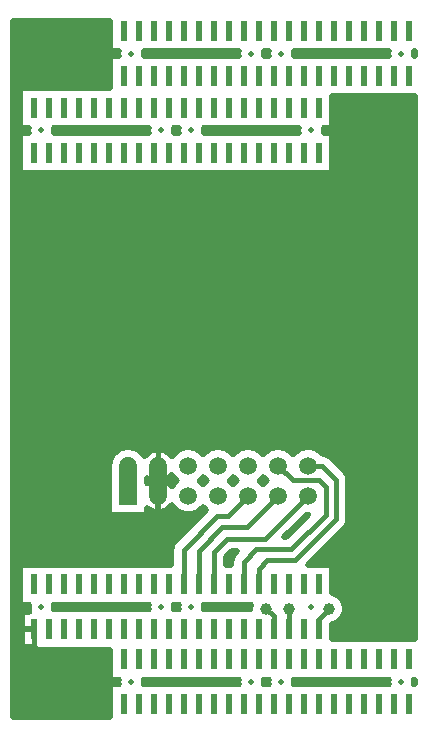
<source format=gbl>
G04 Layer_Physical_Order=2*
G04 Layer_Color=16750848*
%FSLAX42Y42*%
%MOMM*%
G71*
G01*
G75*
%ADD10C,0.50*%
%ADD11C,0.40*%
%ADD12C,0.30*%
%ADD14R,1.50X1.50*%
%ADD15C,1.50*%
%ADD16C,0.50*%
%ADD17C,1.00*%
%ADD18R,0.60X1.70*%
%ADD19C,1.50*%
D10*
X-54Y5670D02*
G03*
X-55Y5691I-110J0D01*
G01*
X-54Y5670D02*
G03*
X-55Y5691I-110J0D01*
G01*
Y5650D02*
G03*
X-54Y5670I-108J20D01*
G01*
X-55Y5650D02*
G03*
X-54Y5670I-108J20D01*
G01*
X-272Y5691D02*
G03*
X-272Y5650I108J-20D01*
G01*
Y5691D02*
G03*
X-272Y5650I108J-20D01*
G01*
X-1070Y5670D02*
G03*
X-1071Y5691I-110J0D01*
G01*
X-1070Y5670D02*
G03*
X-1071Y5691I-110J0D01*
G01*
Y5650D02*
G03*
X-1070Y5670I-108J20D01*
G01*
X-1071Y5650D02*
G03*
X-1070Y5670I-108J20D01*
G01*
X-816Y5023D02*
G03*
X-818Y5043I-110J0D01*
G01*
X-816Y5023D02*
G03*
X-818Y5043I-110J0D01*
G01*
Y5002D02*
G03*
X-816Y5023I-108J20D01*
G01*
X-1034Y5043D02*
G03*
X-1034Y5002I108J-20D01*
G01*
X-818D02*
G03*
X-816Y5023I-108J20D01*
G01*
X-1034Y5043D02*
G03*
X-1034Y5002I108J-20D01*
G01*
X-760Y2252D02*
G03*
X-827Y2282I-74J-74D01*
G01*
X-760Y2252D02*
G03*
X-827Y2282I-74J-74D01*
G01*
X-827D02*
G03*
X-1079Y2279I-125J-100D01*
G01*
D02*
G03*
X-1333Y2279I-127J-97D01*
G01*
X-1288Y5691D02*
G03*
X-1288Y5650I108J-20D01*
G01*
Y5691D02*
G03*
X-1288Y5650I108J-20D01*
G01*
X-1325D02*
G03*
X-1324Y5670I-108J20D01*
G01*
D02*
G03*
X-1325Y5691I-110J0D01*
G01*
X-1324Y5670D02*
G03*
X-1325Y5691I-110J0D01*
G01*
X-1542D02*
G03*
X-1542Y5650I108J-20D01*
G01*
Y5691D02*
G03*
X-1542Y5650I108J-20D01*
G01*
X-1325D02*
G03*
X-1324Y5670I-108J20D01*
G01*
X-1832Y5023D02*
G03*
X-1834Y5043I-110J0D01*
G01*
X-1333Y2279D02*
G03*
X-1587Y2279I-127J-97D01*
G01*
X-1832Y5023D02*
G03*
X-1834Y5043I-110J0D01*
G01*
Y5002D02*
G03*
X-1832Y5023I-108J20D01*
G01*
X-1834Y5002D02*
G03*
X-1832Y5023I-108J20D01*
G01*
X-1587Y2279D02*
G03*
X-1841Y2279I-127J-97D01*
G01*
X-612Y2060D02*
G03*
X-642Y2134I-105J0D01*
G01*
X-612Y2060D02*
G03*
X-642Y2134I-105J0D01*
G01*
X-642Y1653D02*
G03*
X-612Y1727I-74J74D01*
G01*
X-642Y1653D02*
G03*
X-612Y1727I-74J74D01*
G01*
X-963Y1768D02*
G03*
X-952Y1768I11J160D01*
G01*
X-640Y970D02*
G03*
X-748Y1102I-135J0D01*
G01*
Y838D02*
G03*
X-640Y970I-27J132D01*
G01*
X-54Y350D02*
G03*
X-56Y371I-110J0D01*
G01*
X-54Y350D02*
G03*
X-56Y371I-110J0D01*
G01*
Y330D02*
G03*
X-54Y350I-108J20D01*
G01*
X-272Y371D02*
G03*
X-272Y330I108J-20D01*
G01*
Y371D02*
G03*
X-272Y330I108J-20D01*
G01*
X-56D02*
G03*
X-54Y350I-108J20D01*
G01*
X-1303Y2055D02*
G03*
X-1333Y2025I97J-127D01*
G01*
Y2085D02*
G03*
X-1303Y2055I127J97D01*
G01*
X-1363D02*
G03*
X-1333Y2085I-97J127D01*
G01*
X-1587D02*
G03*
X-1557Y2055I127J97D01*
G01*
X-1333Y2025D02*
G03*
X-1363Y2055I-127J-97D01*
G01*
X-1557D02*
G03*
X-1587Y2025I97J-127D01*
G01*
X-1438Y1006D02*
G03*
X-1442Y965I130J-35D01*
G01*
X-1572Y1441D02*
G03*
X-1603Y1366I74J-74D01*
G01*
X-1572Y1441D02*
G03*
X-1603Y1366I74J-74D01*
G01*
X-1587Y2025D02*
G03*
X-1617Y2055I-127J-97D01*
G01*
D02*
G03*
X-1587Y2085I-97J127D01*
G01*
X-1841Y2085D02*
G03*
X-1811Y2055I127J97D01*
G01*
D02*
G03*
X-1841Y2025I97J-127D01*
G01*
Y1831D02*
G03*
X-1818Y1807I127J97D01*
G01*
X-1871Y2055D02*
G03*
X-1841Y2085I-97J127D01*
G01*
Y2025D02*
G03*
X-1871Y2055I-127J-97D01*
G01*
X-1832Y985D02*
G03*
X-1834Y1006I-110J0D01*
G01*
X-1832Y985D02*
G03*
X-1834Y1006I-110J0D01*
G01*
Y965D02*
G03*
X-1832Y985I-108J20D01*
G01*
X-1070Y350D02*
G03*
X-1072Y371I-110J0D01*
G01*
Y330D02*
G03*
X-1070Y350I-108J20D01*
G01*
D02*
G03*
X-1072Y371I-110J0D01*
G01*
X-1324Y350D02*
G03*
X-1326Y371I-110J0D01*
G01*
X-1324Y350D02*
G03*
X-1326Y371I-110J0D01*
G01*
X-1072Y330D02*
G03*
X-1070Y350I-108J20D01*
G01*
X-1288Y371D02*
G03*
X-1288Y330I108J-20D01*
G01*
Y371D02*
G03*
X-1288Y330I108J-20D01*
G01*
X-1542Y371D02*
G03*
X-1542Y330I108J-20D01*
G01*
Y371D02*
G03*
X-1542Y330I108J-20D01*
G01*
X-1326D02*
G03*
X-1324Y350I-108J20D01*
G01*
X-1326Y330D02*
G03*
X-1324Y350I-108J20D01*
G01*
X-1834Y965D02*
G03*
X-1832Y985I-108J20D01*
G01*
X-2050Y5043D02*
G03*
X-2050Y5002I108J-20D01*
G01*
Y5043D02*
G03*
X-2050Y5002I108J-20D01*
G01*
X-2086Y5023D02*
G03*
X-2088Y5043I-110J0D01*
G01*
X-2086Y5023D02*
G03*
X-2088Y5043I-110J0D01*
G01*
Y5002D02*
G03*
X-2086Y5023I-108J20D01*
G01*
X-2088Y5002D02*
G03*
X-2086Y5023I-108J20D01*
G01*
X-2304Y5043D02*
G03*
X-2304Y5002I108J-20D01*
G01*
Y5043D02*
G03*
X-2304Y5002I108J-20D01*
G01*
X-2340Y5670D02*
G03*
X-2341Y5691I-110J0D01*
G01*
X-2340Y5670D02*
G03*
X-2341Y5691I-110J0D01*
G01*
Y5650D02*
G03*
X-2340Y5670I-108J20D01*
G01*
X-2341Y5650D02*
G03*
X-2340Y5670I-108J20D01*
G01*
X-1841Y2279D02*
G03*
X-2107Y2262I-127J-97D01*
G01*
D02*
G03*
X-2337Y2262I-115J-80D01*
G01*
D02*
G03*
X-2610Y2270I-139J-80D01*
G01*
X-2337Y2262D02*
G03*
X-2610Y2270I-139J-80D01*
G01*
X-2558Y5691D02*
G03*
X-2558Y5650I108J-20D01*
G01*
Y5691D02*
G03*
X-2558Y5650I108J-20D01*
G01*
X-2610Y2270D02*
G03*
X-2636Y2182I134J-88D01*
G01*
X-2610Y2270D02*
G03*
X-2636Y2182I134J-88D01*
G01*
X-3102Y5023D02*
G03*
X-3104Y5043I-110J0D01*
G01*
X-3102Y5023D02*
G03*
X-3104Y5043I-110J0D01*
G01*
Y5002D02*
G03*
X-3102Y5023I-108J20D01*
G01*
X-3320Y5043D02*
G03*
X-3320Y5002I108J-20D01*
G01*
Y5043D02*
G03*
X-3320Y5002I108J-20D01*
G01*
X-3104D02*
G03*
X-3102Y5023I-108J20D01*
G01*
X-2107Y1848D02*
G03*
X-1841Y1831I139J80D01*
G01*
X-2065Y2055D02*
G03*
X-2107Y2008I97J-127D01*
G01*
Y2102D02*
G03*
X-2065Y2055I139J80D01*
G01*
X-2080Y1545D02*
G03*
X-2111Y1471I74J-74D01*
G01*
X-2163Y2055D02*
G03*
X-2107Y2102I-59J127D01*
G01*
Y2008D02*
G03*
X-2163Y2055I-115J-80D01*
G01*
X-2080Y1545D02*
G03*
X-2111Y1471I74J-74D01*
G01*
X-2050Y1006D02*
G03*
X-2050Y965I108J-20D01*
G01*
X-2086Y985D02*
G03*
X-2088Y1006I-110J0D01*
G01*
X-2086Y985D02*
G03*
X-2088Y1006I-110J0D01*
G01*
X-2316Y1824D02*
G03*
X-2107Y1848I94J104D01*
G01*
X-2281Y2055D02*
G03*
X-2316Y2032I59J-127D01*
G01*
Y2078D02*
G03*
X-2281Y2055I94J104D01*
G01*
X-2050Y1006D02*
G03*
X-2050Y965I108J-20D01*
G01*
X-2088D02*
G03*
X-2086Y985I-108J20D01*
G01*
X-2088Y965D02*
G03*
X-2086Y985I-108J20D01*
G01*
X-2304Y1006D02*
G03*
X-2304Y965I108J-20D01*
G01*
Y1006D02*
G03*
X-2304Y965I108J-20D01*
G01*
X-2340Y350D02*
G03*
X-2342Y371I-110J0D01*
G01*
Y330D02*
G03*
X-2340Y350I-108J20D01*
G01*
X-2342Y330D02*
G03*
X-2340Y350I-108J20D01*
G01*
D02*
G03*
X-2342Y371I-110J0D01*
G01*
X-2558D02*
G03*
X-2558Y330I108J-20D01*
G01*
Y371D02*
G03*
X-2558Y330I108J-20D01*
G01*
X-3102Y985D02*
G03*
X-3104Y1006I-110J0D01*
G01*
Y965D02*
G03*
X-3102Y985I-108J20D01*
G01*
D02*
G03*
X-3104Y1006I-110J0D01*
G01*
Y965D02*
G03*
X-3102Y985I-108J20D01*
G01*
X-3320Y1006D02*
G03*
X-3314Y944I108J-20D01*
G01*
X-3320Y1006D02*
G03*
X-3314Y944I108J-20D01*
G01*
X-50Y5650D02*
Y5691D01*
X-342D02*
X-272D01*
X-342D02*
X-272D01*
X-342Y5650D02*
X-272D01*
X-366Y5691D02*
X-342D01*
X-469D02*
X-366D01*
X-347Y5650D02*
Y5691D01*
X-596D02*
X-493D01*
X-469D02*
X-366D01*
X-493D02*
X-469D01*
X-366Y5650D02*
X-342D01*
X-620Y5691D02*
X-596D01*
X-493D01*
X-342Y5650D02*
X-272D01*
X-297D02*
Y5691D01*
X-447Y5650D02*
Y5691D01*
X-397Y5650D02*
Y5691D01*
X-469Y5650D02*
X-366D01*
X-342Y5310D02*
X-239D01*
X-469Y5650D02*
X-366D01*
X-469Y5310D02*
X-366D01*
X-596Y5650D02*
X-493D01*
X-547D02*
Y5691D01*
X-497Y5650D02*
Y5691D01*
X-647Y5650D02*
Y5691D01*
X-597Y5650D02*
Y5691D01*
X-596Y5650D02*
X-493D01*
X-469D01*
X-620D02*
X-596D01*
X-620Y5310D02*
X-596D01*
X-723Y5691D02*
X-620D01*
X-747D02*
X-723D01*
X-620D01*
X-850D02*
X-747D01*
X-850D02*
X-747D01*
Y5650D02*
X-723D01*
X-620D01*
X-1070Y5681D02*
X-273D01*
X-850Y5650D02*
X-747D01*
X-1071Y5691D02*
X-1001D01*
X-1071D02*
X-1001D01*
X-977D01*
X-874D02*
X-850D01*
X-847Y5650D02*
Y5691D01*
X-977D02*
X-874D01*
X-977D02*
X-874D01*
X-747Y5650D02*
Y5691D01*
X-797Y5650D02*
Y5691D01*
X-697Y5650D02*
Y5691D01*
X-897Y5650D02*
Y5691D01*
X-850Y5650D02*
X-747D01*
X-874D02*
X-850D01*
X-723D02*
X-620D01*
X-977D02*
X-874D01*
X-977D02*
X-874D01*
X-997D02*
Y5691D01*
X-947Y5650D02*
Y5691D01*
X-1047Y5650D02*
Y5691D01*
X-1001Y5650D02*
X-977D01*
X-1071D02*
X-1001D01*
X-1071D02*
X-1001D01*
X-215Y5310D02*
X-112D01*
X-215D02*
X-112D01*
X-50D01*
X-239D02*
X-215D01*
X-748Y5281D02*
X-50D01*
X-748Y5131D02*
X-50D01*
X-748Y5081D02*
X-50D01*
X-748Y5231D02*
X-50D01*
X-748Y5181D02*
X-50D01*
X-596Y5310D02*
X-493D01*
X-723D02*
X-620D01*
X-596D02*
X-493D01*
X-747D02*
X-723D01*
X-620D01*
X-366D02*
X-342D01*
X-239D01*
X-493D02*
X-469D01*
X-366D01*
X-748Y4881D02*
X-50D01*
X-748Y4931D02*
X-50D01*
X-748Y4831D02*
X-50D01*
X-816Y5031D02*
X-50D01*
X-748Y4981D02*
X-50D01*
X-748Y4781D02*
X-50D01*
X-739Y2231D02*
X-50D01*
X-748Y4731D02*
X-50D01*
X-816Y2281D02*
X-50D01*
X-747Y2239D02*
Y5310D01*
X-697Y2189D02*
Y5310D01*
X-748Y5043D02*
Y5310D01*
Y4681D02*
X-50D01*
X-748Y4662D02*
Y5002D01*
X-797D02*
Y5043D01*
Y2276D02*
Y4662D01*
X-818Y5043D02*
X-748D01*
X-1105D02*
X-1034D01*
X-818Y5002D02*
X-748D01*
X-978Y4662D02*
X-875D01*
X-978D02*
X-875D01*
X-1047Y5002D02*
Y5043D01*
X-1097Y5002D02*
Y5043D01*
X-1129D02*
X-1105D01*
X-1034D01*
X-1105Y5002D02*
X-1034D01*
X-1105D02*
X-1034D01*
X-1832Y5031D02*
X-1036D01*
X-1129Y5002D02*
X-1105D01*
X-875Y4662D02*
X-748D01*
X-897Y2332D02*
Y4662D01*
X-847Y2303D02*
Y4662D01*
X-1002D02*
X-978D01*
X-947Y2342D02*
Y4662D01*
X-894Y2331D02*
X-50D01*
X-997Y2336D02*
Y4662D01*
X-1047Y2311D02*
Y4662D01*
X-1105D02*
X-1002D01*
X-1105D02*
X-1002D01*
X-1129D02*
X-1105D01*
X-1097Y2299D02*
Y4662D01*
X-1148Y2331D02*
X-1010D01*
X-1297Y5650D02*
Y5691D01*
X-1325D02*
X-1288D01*
X-1325D02*
X-1288D01*
X-1324Y5681D02*
X-1289D01*
X-1325Y5650D02*
X-1288D01*
X-1325D02*
X-1288D01*
X-1547D02*
Y5691D01*
X-1383Y5043D02*
X-1359D01*
X-1612Y5650D02*
X-1542D01*
X-1597D02*
Y5691D01*
X-1256Y5043D02*
X-1232D01*
X-1247Y5002D02*
Y5043D01*
X-1297Y5002D02*
Y5043D01*
X-1359D02*
X-1256D01*
X-1359D02*
X-1256D01*
X-1197Y5002D02*
Y5043D01*
X-1147Y5002D02*
Y5043D01*
X-1232D02*
X-1129D01*
X-1232D02*
X-1129D01*
X-1497Y5002D02*
Y5043D01*
X-1447Y5002D02*
Y5043D01*
X-1510D02*
X-1486D01*
X-1547Y5002D02*
Y5043D01*
X-1397Y5002D02*
Y5043D01*
X-1347Y5002D02*
Y5043D01*
X-1486D02*
X-1383D01*
X-1486D02*
X-1383D01*
X-1612Y5691D02*
X-1542D01*
X-1636D02*
X-1612D01*
X-1542D01*
X-1739D02*
X-1636D01*
X-1739D02*
X-1636D01*
Y5650D02*
X-1612D01*
X-1542D01*
X-1739D02*
X-1636D01*
X-1739D02*
X-1636D01*
X-1866Y5691D02*
X-1763D01*
X-1890D02*
X-1866D01*
X-1763D01*
X-1993D02*
X-1890D01*
X-1993D02*
X-1890D01*
X-1697Y5650D02*
Y5691D01*
X-1647Y5650D02*
Y5691D01*
X-1763D02*
X-1739D01*
X-1747Y5650D02*
Y5691D01*
X-1740Y5043D02*
X-1637D01*
X-1763Y5650D02*
X-1739D01*
X-1613Y5043D02*
X-1510D01*
X-1866Y5650D02*
X-1763D01*
X-1866D02*
X-1763D01*
X-1613Y5043D02*
X-1510D01*
X-1647Y5002D02*
Y5043D01*
X-1740D02*
X-1637D01*
X-1747Y5002D02*
Y5043D01*
X-1847Y5650D02*
Y5691D01*
X-1797Y5650D02*
Y5691D01*
X-1947Y5650D02*
Y5691D01*
X-1897Y5650D02*
Y5691D01*
X-1890Y5650D02*
X-1866D01*
X-1993D02*
X-1890D01*
X-1993D02*
X-1890D01*
X-1232Y5002D02*
X-1129D01*
X-1256D02*
X-1232D01*
X-1129D01*
X-1359D02*
X-1256D01*
X-1359D02*
X-1256D01*
X-1232Y4662D02*
X-1129D01*
X-1232D02*
X-1129D01*
X-1359D02*
X-1256D01*
X-1232D01*
X-1510Y5002D02*
X-1486D01*
X-1597D02*
Y5043D01*
X-1486Y5002D02*
X-1383D01*
X-1613D02*
X-1510D01*
X-1613D02*
X-1510D01*
X-1383Y4662D02*
X-1359D01*
X-1256D01*
X-1486Y5002D02*
X-1383D01*
X-1359D01*
X-1197Y2342D02*
Y4662D01*
X-1247Y2337D02*
Y4662D01*
X-1147Y2331D02*
Y4662D01*
X-1486D02*
X-1383D01*
X-1297Y2314D02*
Y4662D01*
X-1402Y2331D02*
X-1264D01*
X-1347Y2295D02*
Y4662D01*
X-1486D02*
X-1383D01*
X-1547Y2316D02*
Y4662D01*
X-1597Y2291D02*
Y4662D01*
X-1613D02*
X-1510D01*
X-1613D02*
X-1510D01*
X-1447Y2341D02*
Y4662D01*
X-1397Y2329D02*
Y4662D01*
X-1510D02*
X-1486D01*
X-1497Y2338D02*
Y4662D01*
X-1637Y5043D02*
X-1613D01*
X-1697Y5002D02*
Y5043D01*
X-1740Y5002D02*
X-1637D01*
X-1764Y5043D02*
X-1740D01*
X-1834Y5002D02*
X-1764D01*
X-1740D02*
X-1637D01*
X-1613D01*
X-1764D02*
X-1740D01*
X-1764Y4662D02*
X-1740D01*
X-1834Y5043D02*
X-1764D01*
X-1797Y5002D02*
Y5043D01*
X-1834D02*
X-1764D01*
X-1834Y5002D02*
X-1764D01*
X-1994Y4662D02*
X-1891D01*
X-1867D01*
X-1740D02*
X-1637D01*
X-1697Y2341D02*
Y4662D01*
X-1647Y2327D02*
Y4662D01*
X-1867D02*
X-1764D01*
X-1747Y2339D02*
Y4662D01*
X-1637D02*
X-1613D01*
X-1656Y2331D02*
X-1518D01*
X-1740Y4662D02*
X-1637D01*
X-1797Y2319D02*
Y4662D01*
X-1847Y2287D02*
Y4662D01*
X-1994D02*
X-1891D01*
X-1867D02*
X-1764D01*
X-1910Y2331D02*
X-1772D01*
X-1897Y2325D02*
Y4662D01*
X-1947Y2341D02*
Y4662D01*
X-1997Y2339D02*
Y4662D01*
X-612Y1981D02*
X-50D01*
X-612Y2031D02*
X-50D01*
X-612Y1931D02*
X-50D01*
X-639Y2131D02*
X-50D01*
X-614Y2081D02*
X-50D01*
X-612Y1881D02*
X-50D01*
X-612Y1831D02*
X-50D01*
X-612Y1781D02*
X-50D01*
X-622Y1681D02*
X-50D01*
X-612Y1731D02*
X-50D01*
X-612Y1727D02*
Y2060D01*
X-647Y2139D02*
Y5310D01*
X-655Y1031D02*
X-50D01*
X-647Y1013D02*
Y1648D01*
X-97Y711D02*
Y5310D01*
X-147Y711D02*
Y5310D01*
X-50Y711D02*
Y5310D01*
X-297Y711D02*
Y5310D01*
X-197Y711D02*
Y5310D01*
X-367Y711D02*
X-343D01*
X-247D02*
Y5310D01*
X-640Y981D02*
X-50D01*
X-646Y931D02*
X-50D01*
X-397Y711D02*
Y5310D01*
X-347Y711D02*
Y5310D01*
X-497Y711D02*
Y5310D01*
X-447Y711D02*
Y5310D01*
X-547Y711D02*
Y5310D01*
X-470Y711D02*
X-367D01*
X-647D02*
Y927D01*
X-597Y711D02*
Y5310D01*
X-665Y1631D02*
X-50D01*
X-689Y2181D02*
X-50D01*
X-715Y1581D02*
X-50D01*
X-765Y1531D02*
X-50D01*
X-950Y1345D02*
X-642Y1653D01*
X-815Y1481D02*
X-50D01*
X-748Y1331D02*
X-50D01*
X-865Y1431D02*
X-50D01*
X-915Y1381D02*
X-50D01*
X-760Y2252D02*
X-642Y2134D01*
X-797Y1345D02*
Y1498D01*
X-847Y1345D02*
Y1448D01*
X-1142Y1577D02*
X-952Y1768D01*
X-897Y1345D02*
Y1398D01*
X-875Y1345D02*
X-748D01*
X-950D02*
X-875D01*
X-950D02*
X-875D01*
X-748Y1131D02*
X-50D01*
X-748Y1181D02*
X-50D01*
X-698Y1081D02*
X-50D01*
X-748Y1281D02*
X-50D01*
X-748Y1231D02*
X-50D01*
X-674Y881D02*
X-50D01*
X-748Y831D02*
X-50D01*
X-748Y781D02*
X-50D01*
X-748Y731D02*
X-50D01*
X-747Y1102D02*
Y1548D01*
X-697Y1080D02*
Y1598D01*
X-748Y1102D02*
Y1345D01*
X-747Y711D02*
Y838D01*
X-697Y711D02*
Y860D01*
X-748Y711D02*
Y838D01*
X-216Y711D02*
X-113D01*
X-216D02*
X-113D01*
X-50D01*
X-343D02*
X-240D01*
X-216D01*
X-343D02*
X-240D01*
X-343Y371D02*
X-272D01*
X-367D02*
X-343D01*
X-470Y711D02*
X-367D01*
X-470Y371D02*
X-367D01*
X-597Y711D02*
X-494D01*
X-470D01*
Y371D02*
X-367D01*
X-343D02*
X-272D01*
X-597D02*
X-494D01*
X-470D01*
X-50Y330D02*
Y371D01*
X-297Y330D02*
Y371D01*
X-343Y330D02*
X-272D01*
X-367D02*
X-343D01*
X-272D01*
X-397D02*
Y371D01*
X-347Y330D02*
Y371D01*
X-497Y330D02*
Y371D01*
X-447Y330D02*
Y371D01*
X-470Y330D02*
X-367D01*
X-470D02*
X-367D01*
X-547D02*
Y371D01*
X-494Y330D02*
X-470D01*
X-597Y711D02*
X-494D01*
X-621D02*
X-597D01*
Y371D02*
X-494D01*
X-724Y711D02*
X-621D01*
Y371D02*
X-597D01*
X-724D02*
X-621D01*
X-597Y330D02*
X-494D01*
X-724Y371D02*
X-621D01*
X-1072Y331D02*
X-272D01*
X-724Y711D02*
X-621D01*
X-748D02*
X-724D01*
X-647Y330D02*
Y371D01*
X-851D02*
X-748D01*
X-724D01*
X-875D02*
X-851D01*
X-748D01*
X-978D02*
X-875D01*
X-978D02*
X-875D01*
X-621Y330D02*
X-597D01*
X-597D02*
Y371D01*
X-597Y330D02*
X-494D01*
X-747D02*
Y371D01*
X-697Y330D02*
Y371D01*
X-724Y330D02*
X-621D01*
X-724D02*
X-621D01*
X-851D02*
X-748D01*
X-724D01*
X-847D02*
Y371D01*
X-797Y330D02*
Y371D01*
X-947Y330D02*
Y371D01*
X-897Y330D02*
Y371D01*
X-875Y330D02*
X-851D01*
X-748D01*
X-978D02*
X-875D01*
X-978D02*
X-875D01*
X-1001Y1731D02*
X-989D01*
X-997Y1723D02*
Y1734D01*
X-1047Y1673D02*
Y1684D01*
X-1051Y1681D02*
X-1039D01*
X-1101Y1631D02*
X-1089D01*
X-1097Y1623D02*
Y1634D01*
X-1151Y1581D02*
X-1139D01*
X-1154Y1577D02*
X-1142D01*
X-1347Y2041D02*
Y2069D01*
X-1597Y2037D02*
Y2073D01*
X-1338Y2031D02*
X-1328D01*
X-1592D02*
X-1582D01*
X-1154Y1577D02*
X-963Y1768D01*
X-1447Y965D02*
Y1006D01*
X-1486D02*
X-1438D01*
X-1486D02*
X-1438D01*
X-1510D02*
X-1486D01*
X-1497Y965D02*
Y1006D01*
X-1613D02*
X-1510D01*
X-1547Y965D02*
Y1006D01*
X-1572Y1441D02*
X-1552Y1460D01*
X-1597Y1400D02*
Y1460D01*
X-1598D02*
X-1552D01*
X-1597Y965D02*
Y1006D01*
X-1613Y1345D02*
X-1603D01*
Y1366D01*
X-1647Y1412D02*
X-1598Y1460D01*
X-1627Y1431D02*
X-1580D01*
X-1647Y1381D02*
X-1601D01*
X-1647Y1345D02*
X-1637D01*
X-1647D02*
X-1637D01*
X-1846Y2031D02*
X-1836D01*
X-1847Y2033D02*
Y2077D01*
Y1778D02*
Y1823D01*
X-1897Y1728D02*
Y1785D01*
X-1905Y1781D02*
X-1844D01*
X-1947Y1678D02*
Y1769D01*
X-1613Y1345D02*
X-1603D01*
X-1637D02*
X-1613D01*
Y1006D02*
X-1510D01*
X-1647Y1345D02*
Y1412D01*
X-1637Y1006D02*
X-1613D01*
X-1697Y965D02*
Y1006D01*
X-1647Y965D02*
Y1006D01*
X-1740D02*
X-1637D01*
X-1740D02*
X-1637D01*
X-1764D02*
X-1740D01*
X-1747Y965D02*
Y1006D01*
X-1834D02*
X-1764D01*
X-1834D02*
X-1764D01*
X-1797Y965D02*
Y1006D01*
X-1002Y371D02*
X-978D01*
X-1072D02*
X-1002D01*
X-1326D02*
X-1288D01*
X-1072D02*
X-1002D01*
X-1072Y330D02*
X-1002D01*
X-1326Y371D02*
X-1288D01*
X-1486Y965D02*
X-1442D01*
X-1510D02*
X-1486D01*
X-1442D01*
X-1613Y371D02*
X-1542D01*
X-1326Y331D02*
X-1288D01*
X-1613Y371D02*
X-1542D01*
X-1613Y330D02*
X-1542D01*
X-1047D02*
Y371D01*
X-997Y330D02*
Y371D01*
X-1072Y330D02*
X-1002D01*
X-978D01*
X-1326D02*
X-1288D01*
X-1326D02*
X-1288D01*
X-1297D02*
Y371D01*
X-1597Y330D02*
Y371D01*
X-1613Y330D02*
X-1542D01*
X-1547D02*
Y371D01*
X-1613Y965D02*
X-1510D01*
X-1637D02*
X-1613D01*
X-1510D01*
X-1832Y981D02*
X-1442D01*
X-1740Y965D02*
X-1637D01*
X-1740Y371D02*
X-1637D01*
X-1613D01*
X-1740Y965D02*
X-1637D01*
X-1740Y371D02*
X-1637D01*
X-1834Y965D02*
X-1764D01*
X-1740D01*
X-1834D02*
X-1764D01*
X-1994Y371D02*
X-1891D01*
X-1867D02*
X-1764D01*
X-1740D01*
X-1994D02*
X-1891D01*
X-1867D01*
X-1740Y330D02*
X-1637D01*
X-1697D02*
Y371D01*
X-1647Y330D02*
Y371D01*
X-1867D02*
X-1764D01*
X-1747Y330D02*
Y371D01*
X-1740Y330D02*
X-1637D01*
X-1613D01*
X-1867D02*
X-1764D01*
X-1740D01*
X-1847D02*
Y371D01*
X-1797Y330D02*
Y371D01*
X-1947Y330D02*
Y371D01*
X-1897Y330D02*
Y371D01*
X-1891Y330D02*
X-1867D01*
X-1764D01*
X-1994D02*
X-1891D01*
X-1994D02*
X-1891D01*
X-2017Y5691D02*
X-1993D01*
X-1997Y5650D02*
Y5691D01*
X-2047Y5650D02*
Y5691D01*
X-2120D02*
X-2017D01*
X-2120D02*
X-2017D01*
X-2097Y5650D02*
Y5691D01*
X-2017Y5650D02*
X-1993D01*
X-2120D02*
X-2017D01*
X-2120D02*
X-2017D01*
X-2247Y5691D02*
X-2144D01*
X-2247D02*
X-2144D01*
X-2120D01*
X-2271D02*
X-2247D01*
X-2297Y5650D02*
Y5691D01*
X-2247Y5650D02*
X-2144D01*
X-2120D01*
X-2271D02*
X-2247D01*
X-2247D02*
Y5691D01*
X-2088Y5043D02*
X-2050D01*
X-2088D02*
X-2050D01*
X-2086Y5031D02*
X-2052D01*
X-2018Y4662D02*
X-1994D01*
X-2088Y5002D02*
X-2050D01*
X-2088D02*
X-2050D01*
X-2147Y5650D02*
Y5691D01*
X-2247Y5650D02*
X-2144D01*
X-2197D02*
Y5691D01*
X-2341D02*
X-2271D01*
X-2341D02*
X-2271D01*
X-2340Y5681D02*
X-1543D01*
X-2341Y5650D02*
X-2271D01*
X-2341D02*
X-2271D01*
X-2375Y5043D02*
X-2304D01*
X-2375D02*
X-2304D01*
X-3102Y5031D02*
X-2306D01*
X-2375Y5002D02*
X-2304D01*
X-2399Y5043D02*
X-2375D01*
X-2502D02*
X-2399D01*
X-2502D02*
X-2399D01*
X-2629D02*
X-2526D01*
X-2502D01*
X-2375Y5002D02*
X-2304D01*
X-2397D02*
Y5043D01*
X-2347Y5002D02*
Y5043D01*
X-2502Y5002D02*
X-2399D01*
X-2375D01*
X-2399Y4662D02*
X-2375D01*
X-2397Y2321D02*
Y4662D01*
X-2502Y5002D02*
X-2399D01*
X-2502Y4662D02*
X-2399D01*
X-2497Y5002D02*
Y5043D01*
X-2447Y5002D02*
Y5043D01*
X-2629Y5002D02*
X-2526D01*
X-2502D01*
X-2497Y2341D02*
Y4662D01*
X-2447Y2339D02*
Y4662D01*
X-2629D02*
X-2526D01*
X-2502D01*
X-3450Y4281D02*
X-50D01*
X-3450Y4531D02*
X-50D01*
X-3450Y4231D02*
X-50D01*
X-3450Y4631D02*
X-50D01*
X-3450Y4581D02*
X-50D01*
X-3450Y4081D02*
X-50D01*
X-3450Y4031D02*
X-50D01*
X-3450Y4181D02*
X-50D01*
X-3450Y4131D02*
X-50D01*
X-2272Y4662D02*
X-2248D01*
X-2375D02*
X-2272D01*
X-2248D02*
X-2145D01*
X-2502D02*
X-2399D01*
X-2375D02*
X-2272D01*
X-2121D02*
X-2018D01*
X-2121D02*
X-2018D01*
X-2248D02*
X-2145D01*
X-2121D01*
X-2047Y2321D02*
Y4662D01*
X-2147Y2300D02*
Y4662D01*
X-2097Y2276D02*
Y4662D01*
X-3450Y3981D02*
X-50D01*
X-3450Y3931D02*
X-50D01*
X-2123Y2281D02*
X-2094D01*
X-2418Y2331D02*
X-2026D01*
X-2197Y2320D02*
Y4662D01*
X-2247Y2320D02*
Y4662D01*
X-2297Y2300D02*
Y4662D01*
X-2347Y2277D02*
Y4662D01*
X-2350Y2281D02*
X-2321D01*
X-3450Y3481D02*
X-50D01*
X-3450Y3531D02*
X-50D01*
X-3450Y3431D02*
X-50D01*
X-3450Y3631D02*
X-50D01*
X-3450Y3581D02*
X-50D01*
X-3450Y3281D02*
X-50D01*
X-3450Y3231D02*
X-50D01*
X-3450Y3381D02*
X-50D01*
X-3450Y3331D02*
X-50D01*
X-3450Y4331D02*
X-50D01*
X-3450Y4381D02*
X-50D01*
X-3450Y3881D02*
X-50D01*
X-3450Y4481D02*
X-50D01*
X-3450Y4431D02*
X-50D01*
X-3450Y3731D02*
X-50D01*
X-3450Y3681D02*
X-50D01*
X-3450Y3831D02*
X-50D01*
X-3450Y3781D02*
X-50D01*
X-3450Y2631D02*
X-50D01*
X-3450Y2681D02*
X-50D01*
X-3450Y2581D02*
X-50D01*
X-3450Y2781D02*
X-50D01*
X-3450Y2731D02*
X-50D01*
X-3450Y2431D02*
X-50D01*
X-3450Y2381D02*
X-50D01*
X-3450Y2531D02*
X-50D01*
X-3450Y2481D02*
X-50D01*
X-3450Y3081D02*
X-50D01*
X-3450Y3031D02*
X-50D01*
X-3450Y3181D02*
X-50D01*
X-3450Y3131D02*
X-50D01*
X-3450Y2881D02*
X-50D01*
X-3450Y2831D02*
X-50D01*
X-3450Y2981D02*
X-50D01*
X-3450Y2931D02*
X-50D01*
X-2628Y5691D02*
Y5950D01*
Y5691D02*
X-2558D01*
X-2647Y5383D02*
Y5950D01*
X-2597Y5650D02*
Y5691D01*
X-2628Y5383D02*
Y5650D01*
X-2558D01*
X-2653Y5383D02*
X-2629D01*
X-2756D02*
X-2653D01*
X-2747D02*
Y5950D01*
X-2697Y5383D02*
Y5950D01*
X-2897Y5383D02*
Y5950D01*
X-2847Y5383D02*
Y5950D01*
X-2780Y5383D02*
X-2756D01*
X-2653D01*
X-2883D02*
X-2780D01*
X-2883D02*
X-2780D01*
X-2747Y5002D02*
Y5043D01*
X-2780D02*
X-2756D01*
X-2697Y5002D02*
Y5043D01*
X-2883D02*
X-2780D01*
X-2883D02*
X-2780D01*
X-2647Y5002D02*
Y5043D01*
X-2597Y5002D02*
Y5043D01*
X-2756D02*
X-2653D01*
X-2629D01*
X-2907Y5383D02*
X-2883D01*
X-2797D02*
Y5950D01*
X-2997Y5383D02*
Y5950D01*
X-2947Y5383D02*
Y5950D01*
X-2847Y5002D02*
Y5043D01*
X-2797Y5002D02*
Y5043D01*
X-3010Y5383D02*
X-2907D01*
Y5043D02*
X-2883D01*
X-3450Y5831D02*
X-2628D01*
X-3450Y5881D02*
X-2628D01*
X-3450Y5781D02*
X-2628D01*
X-3450Y5950D02*
X-2628D01*
X-3450Y5931D02*
X-2628D01*
X-3450Y5631D02*
X-2628D01*
X-3450Y5581D02*
X-2628D01*
X-3450Y5731D02*
X-2628D01*
X-3450Y5681D02*
X-2559D01*
X-3297Y5383D02*
Y5950D01*
X-3347Y5383D02*
Y5950D01*
X-3147Y5383D02*
Y5950D01*
X-3450Y5531D02*
X-2628D01*
X-3450Y5481D02*
X-2628D01*
X-3264Y5383D02*
X-3161D01*
X-3137D01*
X-3450Y5431D02*
X-2628D01*
X-3264Y5383D02*
X-3161D01*
X-3047D02*
Y5950D01*
X-3097Y5383D02*
Y5950D01*
X-3034Y5383D02*
X-3010D01*
X-3247D02*
Y5950D01*
X-3197Y5383D02*
Y5950D01*
X-3137Y5383D02*
X-3034D01*
X-3010D02*
X-2907D01*
X-3391D02*
X-3264D01*
X-3137D02*
X-3034D01*
X-3450Y5381D02*
X-3391D01*
Y5043D02*
Y5383D01*
X-3450Y5331D02*
X-3391D01*
X-3450Y5281D02*
X-3391D01*
X-3450Y5131D02*
X-3391D01*
X-3450Y5081D02*
X-3391D01*
X-3450Y5231D02*
X-3391D01*
X-3450Y5181D02*
X-3391D01*
X-2629Y5043D02*
X-2526D01*
X-2547Y5002D02*
Y5043D01*
X-2629Y5002D02*
X-2526D01*
X-2756Y5043D02*
X-2653D01*
Y5002D02*
X-2629D01*
X-2756D02*
X-2653D01*
X-2756D02*
X-2653D01*
X-2883D02*
X-2780D01*
X-2756D01*
X-2897D02*
Y5043D01*
X-3010D02*
X-2907D01*
X-2883Y5002D02*
X-2780D01*
X-3034Y5043D02*
X-3010D01*
X-2907D01*
X-3010Y5002D02*
X-2907D01*
X-2883D01*
X-3034D02*
X-3010D01*
X-2907D01*
X-2629Y4662D02*
X-2526D01*
X-2547Y2325D02*
Y4662D01*
X-2597Y2287D02*
Y4662D01*
X-2780D02*
X-2756D01*
X-2653D02*
X-2629D01*
X-2756D02*
X-2653D01*
X-2756D02*
X-2653D01*
X-2907D02*
X-2883D01*
X-2780D01*
X-2997Y5002D02*
Y5043D01*
X-2947Y5002D02*
Y5043D01*
X-3010Y4662D02*
X-2907D01*
X-2883D02*
X-2780D01*
X-3034D02*
X-3010D01*
X-2907D01*
X-3104Y5043D02*
X-3034D01*
X-3097Y5002D02*
Y5043D01*
X-3047Y5002D02*
Y5043D01*
X-3104D02*
X-3034D01*
X-3104Y5002D02*
X-3034D01*
X-3104D02*
X-3034D01*
X-3347D02*
Y5043D01*
X-3391D02*
X-3320D01*
X-3450Y5031D02*
X-3322D01*
X-3391Y5002D02*
X-3320D01*
X-3450Y4981D02*
X-3391D01*
X-3450Y4931D02*
X-3391D01*
X-3137Y4662D02*
X-3034D01*
X-3161D02*
X-3137D01*
X-3034D01*
X-3264D02*
X-3161D01*
X-3450Y2331D02*
X-2534D01*
X-3450Y2181D02*
X-2636D01*
X-3450Y2131D02*
X-2636D01*
X-3450Y2281D02*
X-2602D01*
X-3450Y2231D02*
X-2628D01*
X-3450Y4881D02*
X-3391D01*
Y4662D02*
Y5002D01*
X-3450Y4831D02*
X-3391D01*
X-3450Y4781D02*
X-3391D01*
Y4662D02*
X-3264D01*
X-3161D01*
X-3450Y4731D02*
X-3391D01*
X-3450Y4681D02*
X-3391D01*
X-2080Y1545D02*
X-1818Y1807D01*
X-2127Y2031D02*
X-2090D01*
X-1997Y1628D02*
Y1771D01*
X-2047Y1578D02*
Y1789D01*
X-2316Y1781D02*
X-2031D01*
X-2125Y2081D02*
X-2092D01*
X-2147Y2046D02*
Y2064D01*
X-2097Y2022D02*
Y2088D01*
X-2297Y2046D02*
Y2064D01*
X-2121Y1831D02*
X-2095D01*
X-2097Y1522D02*
Y1834D01*
X-2111Y1345D02*
Y1471D01*
X-2088Y1006D02*
X-2050D01*
X-2121Y1345D02*
X-2111D01*
X-2121D02*
X-2111D01*
X-2088Y1006D02*
X-2050D01*
X-2197Y1345D02*
Y1790D01*
X-2147Y1345D02*
Y1810D01*
X-2297Y1345D02*
Y1810D01*
X-2247Y1345D02*
Y1790D01*
X-2248Y1345D02*
X-2145D01*
X-2121D01*
X-2272D02*
X-2248D01*
X-2145D01*
X-3450Y1731D02*
X-1894D01*
X-3450Y1681D02*
X-1944D01*
X-3450Y1631D02*
X-1994D01*
X-3450Y1581D02*
X-2044D01*
X-3450Y1431D02*
X-2111D01*
X-3450Y1381D02*
X-2111D01*
X-3450Y1531D02*
X-2092D01*
X-3450Y1481D02*
X-2110D01*
X-2316Y1768D02*
Y1824D01*
Y2032D02*
Y2078D01*
X-2316Y2032D02*
Y2078D01*
X-2399Y1345D02*
X-2375D01*
X-2397D02*
Y1768D01*
X-2636D02*
X-2316D01*
X-2447Y1345D02*
Y1768D01*
X-2375Y1345D02*
X-2272D01*
X-2375D02*
X-2272D01*
X-2347D02*
Y1768D01*
X-2526Y1345D02*
X-2502D01*
X-2497D02*
Y1768D01*
X-2399Y1006D02*
X-2375D01*
X-2304D01*
X-2502Y1345D02*
X-2399D01*
X-2502D02*
X-2399D01*
X-2597D02*
Y1768D01*
X-2547Y1345D02*
Y1768D01*
X-2629Y1345D02*
X-2526D01*
X-2629D02*
X-2526D01*
Y1006D02*
X-2502D01*
X-2547Y965D02*
Y1006D01*
X-2629D02*
X-2526D01*
X-2597Y965D02*
Y1006D01*
X-2086Y981D02*
X-2052D01*
X-2088Y965D02*
X-2050D01*
X-2088D02*
X-2050D01*
X-2018Y371D02*
X-1994D01*
X-2121D02*
X-2018D01*
X-2121D02*
X-2018D01*
X-2248D02*
X-2145D01*
X-2248D02*
X-2145D01*
X-2121D01*
X-2272D02*
X-2248D01*
X-2342D02*
X-2272D01*
X-2342D02*
X-2272D01*
X-2018Y330D02*
X-1994D01*
X-2047D02*
Y371D01*
X-1997Y330D02*
Y371D01*
X-2342Y331D02*
X-1542D01*
X-2097Y330D02*
Y371D01*
X-2121Y330D02*
X-2018D01*
X-2121D02*
X-2018D01*
X-2248D02*
X-2145D01*
X-2121D01*
X-2197D02*
Y371D01*
X-2147Y330D02*
Y371D01*
X-2297Y330D02*
Y371D01*
X-2247Y330D02*
Y371D01*
X-2272Y330D02*
X-2248D01*
X-2145D01*
X-2375Y1006D02*
X-2304D01*
X-2347Y965D02*
Y1006D01*
X-2375Y965D02*
X-2304D01*
X-3102Y981D02*
X-2306D01*
X-2397Y965D02*
Y1006D01*
X-2399Y965D02*
X-2375D01*
X-2304D01*
X-2502D02*
X-2399D01*
X-2502D02*
X-2399D01*
X-2502Y1006D02*
X-2399D01*
X-2497Y965D02*
Y1006D01*
X-2447Y965D02*
Y1006D01*
X-2629D02*
X-2526D01*
X-2502D02*
X-2399D01*
X-2629Y965D02*
X-2526D01*
X-2502D01*
X-2629D02*
X-2526D01*
X-3450Y531D02*
X-2629D01*
Y371D02*
X-2558D01*
X-2597Y330D02*
Y371D01*
X-2342Y330D02*
X-2272D01*
X-2342D02*
X-2272D01*
X-3450Y331D02*
X-2558D01*
X-2629Y330D02*
X-2558D01*
X-3450Y481D02*
X-2629D01*
Y371D02*
Y624D01*
X-3450Y431D02*
X-2629D01*
X-3450Y381D02*
X-2629D01*
X-3450Y181D02*
X-2629D01*
Y50D02*
Y330D01*
X-3450Y131D02*
X-2629D01*
X-3450Y81D02*
X-2629D01*
X-2636Y1928D02*
Y2088D01*
X-2636Y1928D02*
Y2182D01*
X-2647Y1345D02*
Y4662D01*
X-2747Y1345D02*
Y4662D01*
X-2697Y1345D02*
Y4662D01*
X-2636Y1768D02*
Y1928D01*
X-2653Y1345D02*
X-2629D01*
X-2756D02*
X-2653D01*
X-2756D02*
X-2653D01*
X-2883D02*
X-2780D01*
X-2847D02*
Y4662D01*
X-2797Y1345D02*
Y4662D01*
X-2997Y1345D02*
Y4662D01*
X-2883Y1345D02*
X-2780D01*
X-2907D02*
X-2883D01*
X-2780D02*
X-2756D01*
X-3010D02*
X-2907D01*
X-3010D02*
X-2907D01*
X-2747Y965D02*
Y1006D01*
X-2780D02*
X-2756D01*
X-2797Y965D02*
Y1006D01*
X-2883D02*
X-2780D01*
X-2883D02*
X-2780D01*
X-2697Y965D02*
Y1006D01*
X-2647Y965D02*
Y1006D01*
X-2756D02*
X-2653D01*
X-2756D02*
X-2653D01*
X-2897Y1345D02*
Y4662D01*
Y965D02*
Y1006D01*
X-2947Y1345D02*
Y4662D01*
X-2907Y1006D02*
X-2883D01*
X-2947Y965D02*
Y1006D01*
X-2847Y965D02*
Y1006D01*
X-3010D02*
X-2907D01*
X-3010D02*
X-2907D01*
X-3450Y1931D02*
X-2636D01*
X-3450Y1981D02*
X-2636D01*
X-3450Y1881D02*
X-2636D01*
X-3450Y2081D02*
X-2636D01*
X-3450Y2031D02*
X-2636D01*
X-3137Y1345D02*
X-3034D01*
X-3010D01*
X-3450Y1831D02*
X-2636D01*
X-3450Y1781D02*
X-2636D01*
X-3097Y1345D02*
Y4662D01*
X-3147Y1345D02*
Y4662D01*
X-3047Y1345D02*
Y4662D01*
X-3297Y1345D02*
Y4662D01*
X-3247Y1345D02*
Y4662D01*
X-3197Y1345D02*
Y4662D01*
X-3161Y1345D02*
X-3137D01*
X-3264D02*
X-3161D01*
X-3264D02*
X-3161D01*
X-3391D02*
X-3264D01*
X-3347D02*
Y4662D01*
X-3137Y1345D02*
X-3034D01*
X-3450Y1331D02*
X-3391D01*
X-3450Y1231D02*
X-3391D01*
X-3097Y965D02*
Y1006D01*
X-3450Y1181D02*
X-3391D01*
X-3104Y1006D02*
X-3034D01*
X-3391D02*
Y1345D01*
X-3397Y50D02*
Y5950D01*
X-3450Y50D02*
Y5950D01*
X-3447Y50D02*
Y5950D01*
X-3450Y1081D02*
X-3391D01*
X-3450Y1031D02*
X-3391D01*
X-3450Y1281D02*
X-3391D01*
X-3450Y1131D02*
X-3391D01*
X-2653Y965D02*
X-2629D01*
X-2653Y1006D02*
X-2629D01*
X-2756Y965D02*
X-2653D01*
X-2780D02*
X-2756D01*
X-2653D01*
X-2756Y624D02*
X-2653D01*
X-2629D01*
X-2883Y965D02*
X-2780D01*
X-2756Y624D02*
X-2653D01*
X-2997Y965D02*
Y1006D01*
X-3034D02*
X-3010D01*
X-2907Y965D02*
X-2883D01*
X-3104Y1006D02*
X-3034D01*
X-3047Y965D02*
Y1006D01*
X-3010Y965D02*
X-2907D01*
X-2883D02*
X-2780D01*
X-3034D02*
X-3010D01*
X-2907D01*
X-2883Y624D02*
X-2780D01*
X-2847Y50D02*
Y624D01*
X-2797Y50D02*
Y624D01*
X-2907D02*
X-2883D01*
X-2780D01*
X-2697Y50D02*
Y624D01*
X-2647Y50D02*
Y624D01*
X-2780D02*
X-2756D01*
X-2747Y50D02*
Y624D01*
X-3034D02*
X-3010D01*
X-2997Y50D02*
Y624D01*
X-3097Y50D02*
Y624D01*
X-3047Y50D02*
Y624D01*
X-2947Y50D02*
Y624D01*
X-2897Y50D02*
Y624D01*
X-3010D02*
X-2907D01*
X-3010D02*
X-2907D01*
X-3104Y965D02*
X-3034D01*
X-3104D02*
X-3034D01*
X-3371Y944D02*
X-3314D01*
X-3391Y1006D02*
X-3320D01*
X-3450Y981D02*
X-3322D01*
X-3347Y944D02*
Y1006D01*
X-3450Y931D02*
X-3371D01*
X-3450Y881D02*
X-3371D01*
X-3450Y731D02*
X-3371D01*
X-3450Y681D02*
X-3371D01*
X-3450Y831D02*
X-3371D01*
X-3450Y781D02*
X-3371D01*
X-3137Y624D02*
X-3034D01*
X-3137D02*
X-3034D01*
X-3147Y50D02*
Y624D01*
X-3264D02*
X-3137D01*
X-3197Y50D02*
Y624D01*
X-3450Y231D02*
X-2629D01*
X-3450Y50D02*
X-2629D01*
X-3450Y581D02*
X-2629D01*
X-3450Y281D02*
X-2629D01*
X-3264Y624D02*
Y645D01*
X-3371D02*
X-3264D01*
X-3371D02*
Y944D01*
X-3297Y50D02*
Y645D01*
X-3247Y50D02*
Y624D01*
X-3450Y631D02*
X-3264D01*
X-3347Y50D02*
Y645D01*
X-3235Y1545D02*
X-2350D01*
X-2222Y1673D01*
Y1928D01*
X-3379Y795D02*
X-3276D01*
X-3415Y830D02*
X-3379Y795D01*
X-3415Y830D02*
Y1365D01*
X-3235Y1545D01*
D11*
X-2222Y2182D02*
Y2297D01*
Y1813D02*
Y1928D01*
X-3346Y795D02*
X-3276D01*
Y670D02*
Y795D01*
X-1474Y1660D02*
X-1206Y1928D01*
X-2006Y1176D02*
Y1471D01*
X-1879Y1176D02*
Y1463D01*
X-1682Y1660D01*
X-1752Y1176D02*
Y1455D01*
X-1682Y1660D02*
X-1474D01*
X-1752Y1455D02*
X-1642Y1565D01*
X-1315D01*
X-952Y1928D01*
X-2006Y1471D02*
X-1722Y1755D01*
X-1633D01*
X-1460Y1928D01*
X-1371Y1176D02*
Y1311D01*
X-952Y2182D02*
X-948Y2177D01*
X-1498Y1176D02*
Y1366D01*
X-1206Y2182D02*
X-1082Y2058D01*
X-862D01*
X-804Y2000D01*
Y1767D02*
Y2000D01*
X-948Y2177D02*
X-834D01*
X-717Y2060D01*
X-1498Y1366D02*
X-1392Y1473D01*
X-1099D01*
X-804Y1767D01*
X-1371Y1311D02*
X-1299Y1382D01*
X-1062D01*
X-717Y1727D01*
Y2060D01*
X-1244Y795D02*
Y906D01*
X-1308Y970D02*
X-1244Y906D01*
X-1117Y795D02*
Y969D01*
X-863Y795D02*
Y882D01*
X-775Y970D01*
D12*
X-1118D02*
X-1117Y969D01*
D14*
X-2476Y1928D02*
D03*
D15*
Y2182D02*
D03*
X-2222Y1928D02*
D03*
Y2182D02*
D03*
X-1968Y1928D02*
D03*
Y2182D02*
D03*
X-1714Y1928D02*
D03*
Y2182D02*
D03*
X-1460Y1928D02*
D03*
Y2182D02*
D03*
X-1206D02*
D03*
Y1928D02*
D03*
X-952Y2182D02*
D03*
Y1928D02*
D03*
D16*
X-1942Y985D02*
D03*
X-926D02*
D03*
X-3212D02*
D03*
X-2196D02*
D03*
X-2450Y5670D02*
D03*
X-1434D02*
D03*
X-1180D02*
D03*
X-164D02*
D03*
X-3212Y5023D02*
D03*
X-2196D02*
D03*
X-1942D02*
D03*
X-926D02*
D03*
X-2450Y350D02*
D03*
X-1434D02*
D03*
X-1180D02*
D03*
X-164D02*
D03*
D17*
X-1308Y970D02*
D03*
X-1118D02*
D03*
X-775D02*
D03*
D18*
X-863Y795D02*
D03*
Y1176D02*
D03*
X-990Y795D02*
D03*
X-1117D02*
D03*
X-990Y1176D02*
D03*
X-1117D02*
D03*
X-1244Y795D02*
D03*
Y1176D02*
D03*
X-1371Y795D02*
D03*
Y1176D02*
D03*
X-1498Y795D02*
D03*
Y1176D02*
D03*
X-1625Y795D02*
D03*
Y1176D02*
D03*
X-1879D02*
D03*
X-2006D02*
D03*
Y795D02*
D03*
X-1879D02*
D03*
X-1752Y1176D02*
D03*
Y795D02*
D03*
X-2133D02*
D03*
Y1176D02*
D03*
X-2260Y795D02*
D03*
X-2387D02*
D03*
X-2260Y1176D02*
D03*
X-2387D02*
D03*
X-2514Y795D02*
D03*
Y1176D02*
D03*
X-2641Y795D02*
D03*
Y1176D02*
D03*
X-2768Y795D02*
D03*
Y1176D02*
D03*
X-2895Y795D02*
D03*
Y1176D02*
D03*
X-3149D02*
D03*
X-3276D02*
D03*
Y795D02*
D03*
X-3149D02*
D03*
X-3022Y1176D02*
D03*
Y795D02*
D03*
X-1370Y5480D02*
D03*
Y5861D02*
D03*
X-1497Y5480D02*
D03*
X-1624D02*
D03*
X-1497Y5861D02*
D03*
X-1624D02*
D03*
X-1751Y5480D02*
D03*
Y5861D02*
D03*
X-1878Y5480D02*
D03*
Y5861D02*
D03*
X-2005Y5480D02*
D03*
Y5861D02*
D03*
X-2132Y5480D02*
D03*
Y5861D02*
D03*
X-2386D02*
D03*
X-2513D02*
D03*
Y5480D02*
D03*
X-2386D02*
D03*
X-2259Y5861D02*
D03*
Y5480D02*
D03*
X-100D02*
D03*
Y5861D02*
D03*
X-227Y5480D02*
D03*
X-354D02*
D03*
X-227Y5861D02*
D03*
X-354D02*
D03*
X-481Y5480D02*
D03*
Y5861D02*
D03*
X-608Y5480D02*
D03*
Y5861D02*
D03*
X-735Y5480D02*
D03*
Y5861D02*
D03*
X-862Y5480D02*
D03*
Y5861D02*
D03*
X-1116D02*
D03*
X-1243D02*
D03*
Y5480D02*
D03*
X-1116D02*
D03*
X-989Y5861D02*
D03*
Y5480D02*
D03*
X-2133Y4832D02*
D03*
Y5213D02*
D03*
X-2260Y4832D02*
D03*
X-2387D02*
D03*
X-2260Y5213D02*
D03*
X-2387D02*
D03*
X-2514Y4832D02*
D03*
Y5213D02*
D03*
X-2641Y4832D02*
D03*
Y5213D02*
D03*
X-2768Y4832D02*
D03*
Y5213D02*
D03*
X-2895Y4832D02*
D03*
Y5213D02*
D03*
X-3149D02*
D03*
X-3276D02*
D03*
Y4832D02*
D03*
X-3149D02*
D03*
X-3022Y5213D02*
D03*
Y4832D02*
D03*
X-863D02*
D03*
Y5213D02*
D03*
X-990Y4832D02*
D03*
X-1117D02*
D03*
X-990Y5213D02*
D03*
X-1117D02*
D03*
X-1244Y4832D02*
D03*
Y5213D02*
D03*
X-1371Y4832D02*
D03*
Y5213D02*
D03*
X-1498Y4832D02*
D03*
Y5213D02*
D03*
X-1625Y4832D02*
D03*
Y5213D02*
D03*
X-1879D02*
D03*
X-2006D02*
D03*
Y4832D02*
D03*
X-1879D02*
D03*
X-1752Y5213D02*
D03*
Y4832D02*
D03*
X-1371Y160D02*
D03*
Y541D02*
D03*
X-1498Y160D02*
D03*
X-1625D02*
D03*
X-1498Y541D02*
D03*
X-1625D02*
D03*
X-1752Y160D02*
D03*
Y541D02*
D03*
X-1879Y160D02*
D03*
Y541D02*
D03*
X-2006Y160D02*
D03*
Y541D02*
D03*
X-2133Y160D02*
D03*
Y541D02*
D03*
X-2387D02*
D03*
X-2514D02*
D03*
Y160D02*
D03*
X-2387D02*
D03*
X-2260Y541D02*
D03*
Y160D02*
D03*
X-101D02*
D03*
Y541D02*
D03*
X-228Y160D02*
D03*
X-355D02*
D03*
X-228Y541D02*
D03*
X-355D02*
D03*
X-482Y160D02*
D03*
Y541D02*
D03*
X-609Y160D02*
D03*
Y541D02*
D03*
X-736Y160D02*
D03*
Y541D02*
D03*
X-863Y160D02*
D03*
Y541D02*
D03*
X-1117D02*
D03*
X-1244D02*
D03*
Y160D02*
D03*
X-1117D02*
D03*
X-990Y541D02*
D03*
Y160D02*
D03*
D19*
X-2476Y1928D02*
Y2182D01*
X-2222Y1928D02*
Y2182D01*
M02*

</source>
